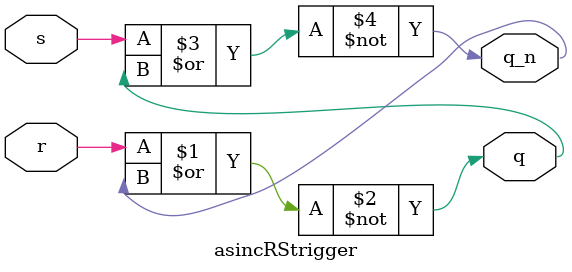
<source format=v>
module asincRStrigger(
    input s,
    input r,
    output q,
    output q_n
);
    assign q = ~ (r | q_n);
    assign q_n = ~ (s | q);
endmodule


</source>
